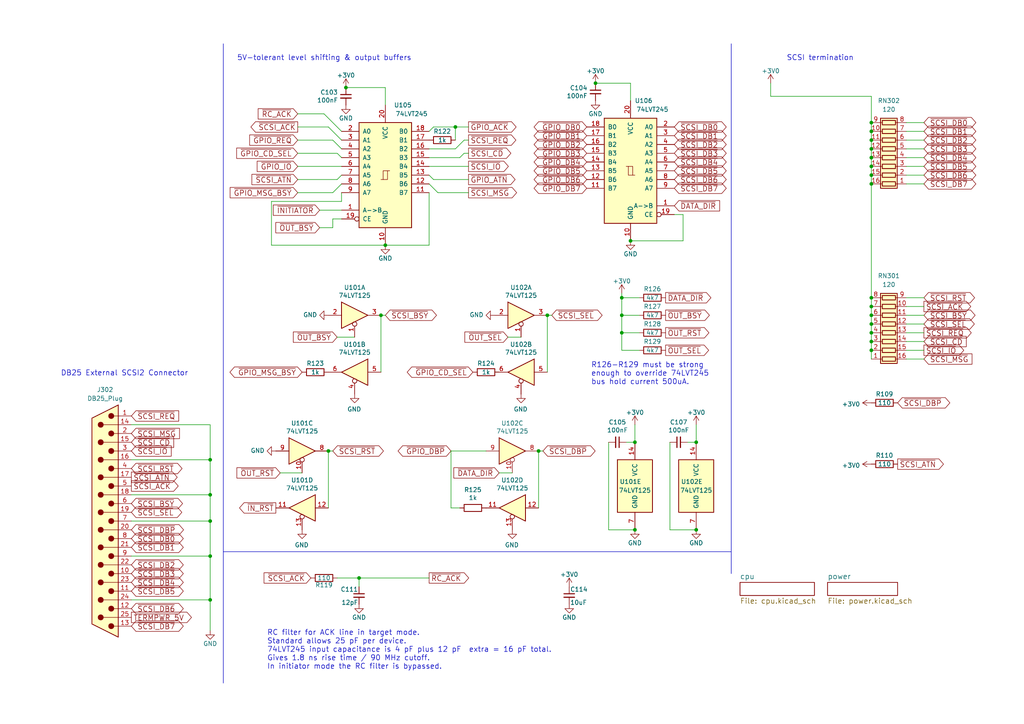
<source format=kicad_sch>
(kicad_sch (version 20230121) (generator eeschema)
  (paper "A4")
  (title_block (title "ZuluSCSI (TM) Pico OSHW") (date "2023-09-19") (rev "2023d") (company "(C) Rabbit Hole Computing ") (comment 1 "ZuluSCSI is a registered trademark of") (comment 2 "Descended from SCSI2SD") (comment 3 "Descended from SCSI2SD, with special thanks to Michael McMaster"))
  (lib_symbols
    (symbol "74xx:74LS245" (pin_names (offset 1.016))
      (property "Reference" "U" (at -7.62 16.51 0))
      (property "Value" "74LS245" (at -7.62 -16.51 0))
      (symbol "74LS245_1_0"
        (pin input line (at -12.7 -10.16 0) (length 5.08) (name "A->B") (number "1"))
        (pin power_in line (at 0 -20.32 90) (length 5.08) (name "GND") (number "10"))
        (pin tri_state line (at 12.7 -5.08 180) (length 5.08) (name "B7") (number "11"))
        (pin tri_state line (at 12.7 -2.54 180) (length 5.08) (name "B6") (number "12"))
        (pin tri_state line (at 12.7 0 180) (length 5.08) (name "B5") (number "13"))
        (pin tri_state line (at 12.7 2.54 180) (length 5.08) (name "B4") (number "14"))
        (pin tri_state line (at 12.7 5.08 180) (length 5.08) (name "B3") (number "15"))
        (pin tri_state line (at 12.7 7.62 180) (length 5.08) (name "B2") (number "16"))
        (pin tri_state line (at 12.7 10.16 180) (length 5.08) (name "B1") (number "17"))
        (pin tri_state line (at 12.7 12.7 180) (length 5.08) (name "B0") (number "18"))
        (pin input inverted (at -12.7 -12.7 0) (length 5.08) (name "CE") (number "19"))
        (pin tri_state line (at -12.7 12.7 0) (length 5.08) (name "A0") (number "2"))
        (pin power_in line (at 0 20.32 270) (length 5.08) (name "VCC") (number "20"))
        (pin tri_state line (at -12.7 10.16 0) (length 5.08) (name "A1") (number "3"))
        (pin tri_state line (at -12.7 7.62 0) (length 5.08) (name "A2") (number "4"))
        (pin tri_state line (at -12.7 5.08 0) (length 5.08) (name "A3") (number "5"))
        (pin tri_state line (at -12.7 2.54 0) (length 5.08) (name "A4") (number "6"))
        (pin tri_state line (at -12.7 0 0) (length 5.08) (name "A5") (number "7"))
        (pin tri_state line (at -12.7 -2.54 0) (length 5.08) (name "A6") (number "8"))
        (pin tri_state line (at -12.7 -5.08 0) (length 5.08) (name "A7") (number "9"))
      )
    )
    (symbol "74xx:74LVC125" (pin_names (offset 1.016))
      (property "Reference" "U" (at 0 1.27 0))
      (property "Value" "74LVC125" (at 0 -1.27 0))
      (symbol "74LVC125_1_0"
        (pin input inverted (at 0 -6.35 90) (length 4.445) (name "~") (number "1"))
        (pin input line (at -7.62 0 0) (length 3.81) (name "~") (number "2"))
        (pin tri_state line (at 7.62 0 180) (length 3.81) (name "~") (number "3"))
      )
      (symbol "74LVC125_2_0"
        (pin input inverted (at 0 -6.35 90) (length 4.445) (name "~") (number "4"))
        (pin input line (at -7.62 0 0) (length 3.81) (name "~") (number "5"))
        (pin tri_state line (at 7.62 0 180) (length 3.81) (name "~") (number "6"))
      )
      (symbol "74LVC125_3_0"
        (pin input inverted (at 0 -6.35 90) (length 4.445) (name "~") (number "10"))
        (pin tri_state line (at 7.62 0 180) (length 3.81) (name "~") (number "8"))
        (pin input line (at -7.62 0 0) (length 3.81) (name "~") (number "9"))
      )
      (symbol "74LVC125_4_0"
        (pin tri_state line (at 7.62 0 180) (length 3.81) (name "~") (number "11"))
        (pin input line (at -7.62 0 0) (length 3.81) (name "~") (number "12"))
        (pin input inverted (at 0 -6.35 90) (length 4.445) (name "~") (number "13"))
      )
      (symbol "74LVC125_5_0"
        (pin power_in line (at 0 12.7 270) (length 5.08) (name "VCC") (number "14"))
        (pin power_in line (at 0 -12.7 90) (length 5.08) (name "GND") (number "7"))
      )
    )
    (symbol "Connector:DB25_Plug" (pin_names (offset 1.016) hide)
      (property "Reference" "J" (at 0 34.29 0))
      (property "Value" "DB25_Plug" (at 0 -34.925 0))
      (symbol "DB25_Plug_1_1"
        (pin passive line (at -7.62 -30.48 0) (length 3.81) (name "1") (number "1"))
        (pin passive line (at -7.62 15.24 0) (length 3.81) (name "10") (number "10"))
        (pin passive line (at -7.62 20.32 0) (length 3.81) (name "11") (number "11"))
        (pin passive line (at -7.62 25.4 0) (length 3.81) (name "12") (number "12"))
        (pin passive line (at -7.62 30.48 0) (length 3.81) (name "13") (number "13"))
        (pin passive line (at -7.62 -27.94 0) (length 3.81) (name "P14") (number "14"))
        (pin passive line (at -7.62 -22.86 0) (length 3.81) (name "P15") (number "15"))
        (pin passive line (at -7.62 -17.78 0) (length 3.81) (name "P16") (number "16"))
        (pin passive line (at -7.62 -12.7 0) (length 3.81) (name "P17") (number "17"))
        (pin passive line (at -7.62 -7.62 0) (length 3.81) (name "P18") (number "18"))
        (pin passive line (at -7.62 -2.54 0) (length 3.81) (name "P19") (number "19"))
        (pin passive line (at -7.62 -25.4 0) (length 3.81) (name "2") (number "2"))
        (pin passive line (at -7.62 2.54 0) (length 3.81) (name "P20") (number "20"))
        (pin passive line (at -7.62 7.62 0) (length 3.81) (name "P21") (number "21"))
        (pin passive line (at -7.62 12.7 0) (length 3.81) (name "P22") (number "22"))
        (pin passive line (at -7.62 17.78 0) (length 3.81) (name "P23") (number "23"))
        (pin passive line (at -7.62 22.86 0) (length 3.81) (name "P24") (number "24"))
        (pin passive line (at -7.62 27.94 0) (length 3.81) (name "P25") (number "25"))
        (pin passive line (at -7.62 -20.32 0) (length 3.81) (name "3") (number "3"))
        (pin passive line (at -7.62 -15.24 0) (length 3.81) (name "4") (number "4"))
        (pin passive line (at -7.62 -10.16 0) (length 3.81) (name "5") (number "5"))
        (pin passive line (at -7.62 -5.08 0) (length 3.81) (name "6") (number "6"))
        (pin passive line (at -7.62 0 0) (length 3.81) (name "7") (number "7"))
        (pin passive line (at -7.62 5.08 0) (length 3.81) (name "8") (number "8"))
        (pin passive line (at -7.62 10.16 0) (length 3.81) (name "9") (number "9"))
      )
    )
    (symbol "Device:R_Pack08" (pin_names (offset 0) hide)
      (property "Reference" "RN" (at -12.7 0 90))
      (property "Value" "R_Pack08" (at 10.16 0 90))
      (symbol "R_Pack08_1_1"
        (pin passive line (at -10.16 -5.08 90) (length 2.54) (name "R1.1") (number "1"))
        (pin passive line (at 5.08 5.08 270) (length 2.54) (name "R7.2") (number "10"))
        (pin passive line (at 2.54 5.08 270) (length 2.54) (name "R6.2") (number "11"))
        (pin passive line (at 0 5.08 270) (length 2.54) (name "R5.2") (number "12"))
        (pin passive line (at -2.54 5.08 270) (length 2.54) (name "R4.2") (number "13"))
        (pin passive line (at -5.08 5.08 270) (length 2.54) (name "R3.2") (number "14"))
        (pin passive line (at -7.62 5.08 270) (length 2.54) (name "R2.2") (number "15"))
        (pin passive line (at -10.16 5.08 270) (length 2.54) (name "R1.2") (number "16"))
        (pin passive line (at -7.62 -5.08 90) (length 2.54) (name "R2.1") (number "2"))
        (pin passive line (at -5.08 -5.08 90) (length 2.54) (name "R3.1") (number "3"))
        (pin passive line (at -2.54 -5.08 90) (length 2.54) (name "R4.1") (number "4"))
        (pin passive line (at 0 -5.08 90) (length 2.54) (name "R5.1") (number "5"))
        (pin passive line (at 2.54 -5.08 90) (length 2.54) (name "R6.1") (number "6"))
        (pin passive line (at 5.08 -5.08 90) (length 2.54) (name "R7.1") (number "7"))
        (pin passive line (at 7.62 -5.08 90) (length 2.54) (name "R8.1") (number "8"))
        (pin passive line (at 7.62 5.08 270) (length 2.54) (name "R8.2") (number "9"))
      )
    )
    (symbol "zuluscsi-rescue:+3V0" (power) (pin_names (offset 0))
      (property "Value" "+3V0" (at 0 3.556 0))
      (symbol "+3V0_1_1"
        (pin power_in line (at 0 0 90) (length 0) hide (name "+3V0") (number "1"))
      )
    )
    (symbol "zuluscsi-rescue:C_Small" (pin_numbers hide) (pin_names (offset 0.254) hide)
      (property "Reference" "C" (at 0.254 1.778 0))
      (property "Value" "C_Small" (at 0.254 -2.032 0))
      (symbol "C_Small_1_1"
        (pin passive line (at 0 2.54 270) (length 2.032) (name "~") (number "1"))
        (pin passive line (at 0 -2.54 90) (length 2.032) (name "~") (number "2"))
      )
    )
    (symbol "zuluscsi-rescue:GND" (power) (pin_names (offset 0))
      (property "Value" "GND" (at 0 -3.81 0))
      (symbol "GND_1_1"
        (pin power_in line (at 0 0 270) (length 0) hide (name "GND") (number "1"))
      )
    )
    (symbol "zuluscsi-rescue:R" (pin_numbers hide) (pin_names (offset 0))
      (property "Reference" "R" (at 2.032 0 90))
      (property "Value" "R" (at 0 0 90))
      (symbol "R_1_1"
        (pin passive line (at 0 3.81 270) (length 1.27) (name "~") (number "1"))
        (pin passive line (at 0 -3.81 90) (length 1.27) (name "~") (number "2"))
      )
    )
  )
  (junction (at 252.73 50.8))
  (junction (at 60.96 161.29))
  (junction (at 252.73 48.26))
  (junction (at 158.75 91.44))
  (junction (at 252.73 38.1))
  (junction (at 252.73 101.6))
  (junction (at 252.73 35.56))
  (junction (at 252.73 99.06))
  (junction (at 60.96 143.51))
  (junction (at 252.73 43.18))
  (junction (at 252.73 40.64))
  (junction (at 172.72 24.13))
  (junction (at 184.15 153.67))
  (junction (at 156.21 130.81))
  (junction (at 252.73 93.98))
  (junction (at 180.34 91.44))
  (junction (at 180.34 96.52))
  (junction (at 60.96 133.35))
  (junction (at 252.73 45.72))
  (junction (at 252.73 96.52))
  (junction (at 201.93 153.67))
  (junction (at 132.08 36.83))
  (junction (at 182.88 69.85))
  (junction (at 184.15 128.27))
  (junction (at 60.96 173.99))
  (junction (at 252.73 86.36))
  (junction (at 201.93 128.27))
  (junction (at 110.49 91.44))
  (junction (at 60.96 151.13))
  (junction (at 252.73 91.44))
  (junction (at 100.33 25.4))
  (junction (at 104.14 167.64))
  (junction (at 111.76 71.12))
  (junction (at 95.25 130.81))
  (junction (at 180.34 86.36))
  (junction (at 252.73 88.9))
  (junction (at 252.73 53.34))
  (wire (pts (xy 262.89 53.34) (xy 267.97 53.34)))
  (wire (pts (xy 110.49 91.44) (xy 110.49 107.95)))
  (wire (pts (xy 201.93 128.27) (xy 199.39 128.27)))
  (wire (pts (xy 194.31 128.27) (xy 194.31 153.67)))
  (wire (pts (xy 134.62 40.64) (xy 132.08 43.18)))
  (wire (pts (xy 252.73 43.18) (xy 252.73 45.72)))
  (wire (pts (xy 252.73 91.44) (xy 252.73 93.98)))
  (wire (pts (xy 262.89 91.44) (xy 267.97 91.44)))
  (wire (pts (xy 124.46 48.26) (xy 135.89 48.26)))
  (wire (pts (xy 252.73 101.6) (xy 252.73 104.14)))
  (wire (pts (xy 223.52 27.94) (xy 252.73 27.94)))
  (wire (pts (xy 60.96 143.51) (xy 60.96 151.13)))
  (wire (pts (xy 252.73 27.94) (xy 252.73 35.56)))
  (wire (pts (xy 252.73 35.56) (xy 252.73 38.1)))
  (wire (pts (xy 38.1 123.19) (xy 60.96 123.19)))
  (wire (pts (xy 78.74 58.42) (xy 78.74 71.12)))
  (wire (pts (xy 86.36 55.88) (xy 96.52 55.88)))
  (wire (pts (xy 60.96 161.29) (xy 60.96 173.99)))
  (wire (pts (xy 92.71 60.96) (xy 99.06 60.96)))
  (wire (pts (xy 262.89 86.36) (xy 267.97 86.36)))
  (wire (pts (xy 252.73 99.06) (xy 252.73 101.6)))
  (wire (pts (xy 132.08 43.18) (xy 124.46 43.18)))
  (wire (pts (xy 176.53 153.67) (xy 184.15 153.67)))
  (wire (pts (xy 60.96 123.19) (xy 60.96 133.35)))
  (wire (pts (xy 60.96 173.99) (xy 60.96 182.88)))
  (wire (pts (xy 252.73 50.8) (xy 252.73 53.34)))
  (wire (pts (xy 252.73 45.72) (xy 252.73 48.26)))
  (wire (pts (xy 262.89 93.98) (xy 267.97 93.98)))
  (wire (pts (xy 223.52 24.13) (xy 223.52 27.94)))
  (wire (pts (xy 38.1 143.51) (xy 60.96 143.51)))
  (wire (pts (xy 182.88 24.13) (xy 182.88 29.21)))
  (wire (pts (xy 262.89 35.56) (xy 267.97 35.56)))
  (wire (pts (xy 104.14 170.18) (xy 104.14 167.64)))
  (wire (pts (xy 180.34 101.6) (xy 180.34 96.52)))
  (wire (pts (xy 252.73 53.34) (xy 252.73 86.36)))
  (wire (pts (xy 99.06 55.88) (xy 99.06 58.42)))
  (wire (pts (xy 262.89 48.26) (xy 267.97 48.26)))
  (wire (pts (xy 262.89 38.1) (xy 267.97 38.1)))
  (wire (pts (xy 97.79 44.45) (xy 99.06 45.72)))
  (wire (pts (xy 95.25 36.83) (xy 99.06 40.64)))
  (wire (pts (xy 252.73 38.1) (xy 252.73 40.64)))
  (wire (pts (xy 198.12 69.85) (xy 182.88 69.85)))
  (wire (pts (xy 262.89 99.06) (xy 267.97 99.06)))
  (wire (pts (xy 262.89 88.9) (xy 267.97 88.9)))
  (wire (pts (xy 262.89 40.64) (xy 267.97 40.64)))
  (wire (pts (xy 252.73 88.9) (xy 252.73 91.44)))
  (wire (pts (xy 132.08 36.83) (xy 125.73 36.83)))
  (wire (pts (xy 99.06 38.1) (xy 93.98 33.02)))
  (wire (pts (xy 95.25 130.81) (xy 95.25 147.32)))
  (wire (pts (xy 144.78 107.95) (xy 143.51 107.95)))
  (wire (pts (xy 198.12 62.23) (xy 198.12 69.85)))
  (polyline (pts (xy 64.77 198.12) (xy 64.77 12.7)))
  (wire (pts (xy 111.76 71.12) (xy 124.46 71.12)))
  (wire (pts (xy 158.75 91.44) (xy 158.75 107.95)))
  (wire (pts (xy 60.96 151.13) (xy 60.96 161.29)))
  (wire (pts (xy 134.62 44.45) (xy 135.89 44.45)))
  (wire (pts (xy 262.89 45.72) (xy 267.97 45.72)))
  (wire (pts (xy 104.14 167.64) (xy 97.79 167.64)))
  (wire (pts (xy 252.73 48.26) (xy 252.73 50.8)))
  (wire (pts (xy 185.42 86.36) (xy 180.34 86.36)))
  (wire (pts (xy 160.02 91.44) (xy 158.75 91.44)))
  (wire (pts (xy 262.89 104.14) (xy 267.97 104.14)))
  (wire (pts (xy 97.79 52.07) (xy 99.06 50.8)))
  (wire (pts (xy 130.81 130.81) (xy 140.97 130.81)))
  (wire (pts (xy 252.73 86.36) (xy 252.73 88.9)))
  (wire (pts (xy 180.34 91.44) (xy 180.34 86.36)))
  (wire (pts (xy 111.76 25.4) (xy 111.76 30.48)))
  (wire (pts (xy 181.61 128.27) (xy 184.15 128.27)))
  (wire (pts (xy 96.52 130.81) (xy 95.25 130.81)))
  (wire (pts (xy 86.36 48.26) (xy 99.06 48.26)))
  (wire (pts (xy 60.96 133.35) (xy 60.96 143.51)))
  (wire (pts (xy 100.33 25.4) (xy 111.76 25.4)))
  (wire (pts (xy 195.58 62.23) (xy 198.12 62.23)))
  (wire (pts (xy 104.14 167.64) (xy 124.46 167.64)))
  (wire (pts (xy 185.42 101.6) (xy 180.34 101.6)))
  (wire (pts (xy 262.89 43.18) (xy 267.97 43.18)))
  (wire (pts (xy 185.42 96.52) (xy 180.34 96.52)))
  (wire (pts (xy 157.48 130.81) (xy 156.21 130.81)))
  (wire (pts (xy 124.46 45.72) (xy 133.35 45.72)))
  (wire (pts (xy 111.76 91.44) (xy 110.49 91.44)))
  (wire (pts (xy 135.89 40.64) (xy 134.62 40.64)))
  (wire (pts (xy 86.36 36.83) (xy 95.25 36.83)))
  (wire (pts (xy 97.79 97.79) (xy 102.87 97.79)))
  (wire (pts (xy 124.46 71.12) (xy 124.46 55.88)))
  (wire (pts (xy 86.36 44.45) (xy 97.79 44.45)))
  (wire (pts (xy 172.72 24.13) (xy 182.88 24.13)))
  (wire (pts (xy 194.31 153.67) (xy 201.93 153.67)))
  (wire (pts (xy 262.89 101.6) (xy 267.97 101.6)))
  (wire (pts (xy 132.08 36.83) (xy 135.89 36.83)))
  (wire (pts (xy 96.52 40.64) (xy 86.36 40.64)))
  (wire (pts (xy 130.81 147.32) (xy 130.81 130.81)))
  (polyline (pts (xy 212.09 12.7) (xy 212.09 166.37)))
  (wire (pts (xy 252.73 40.64) (xy 252.73 43.18)))
  (wire (pts (xy 176.53 128.27) (xy 176.53 153.67)))
  (wire (pts (xy 156.21 130.81) (xy 156.21 147.32)))
  (wire (pts (xy 133.35 45.72) (xy 134.62 44.45)))
  (wire (pts (xy 125.73 52.07) (xy 135.89 52.07)))
  (polyline (pts (xy 64.77 160.02) (xy 212.09 160.02)))
  (wire (pts (xy 184.15 128.27) (xy 184.15 123.19)))
  (wire (pts (xy 96.52 63.5) (xy 99.06 63.5)))
  (wire (pts (xy 38.1 161.29) (xy 60.96 161.29)))
  (wire (pts (xy 127 55.88) (xy 135.89 55.88)))
  (wire (pts (xy 180.34 86.36) (xy 180.34 85.09)))
  (wire (pts (xy 252.73 96.52) (xy 252.73 99.06)))
  (wire (pts (xy 96.52 55.88) (xy 99.06 53.34)))
  (wire (pts (xy 185.42 91.44) (xy 180.34 91.44)))
  (wire (pts (xy 201.93 123.19) (xy 201.93 128.27)))
  (wire (pts (xy 132.08 40.64) (xy 132.08 36.83)))
  (wire (pts (xy 38.1 173.99) (xy 60.96 173.99)))
  (wire (pts (xy 125.73 36.83) (xy 124.46 38.1)))
  (wire (pts (xy 180.34 96.52) (xy 180.34 91.44)))
  (wire (pts (xy 93.98 33.02) (xy 86.36 33.02)))
  (wire (pts (xy 130.81 147.32) (xy 133.35 147.32)))
  (wire (pts (xy 92.71 66.04) (xy 96.52 66.04)))
  (wire (pts (xy 78.74 71.12) (xy 111.76 71.12)))
  (wire (pts (xy 99.06 58.42) (xy 78.74 58.42)))
  (wire (pts (xy 262.89 96.52) (xy 267.97 96.52)))
  (wire (pts (xy 144.78 137.16) (xy 148.59 137.16)))
  (wire (pts (xy 96.52 66.04) (xy 96.52 63.5)))
  (wire (pts (xy 99.06 43.18) (xy 96.52 40.64)))
  (wire (pts (xy 147.32 97.79) (xy 151.13 97.79)))
  (wire (pts (xy 38.1 133.35) (xy 60.96 133.35)))
  (wire (pts (xy 81.28 137.16) (xy 87.63 137.16)))
  (wire (pts (xy 86.36 52.07) (xy 97.79 52.07)))
  (wire (pts (xy 262.89 50.8) (xy 267.97 50.8)))
  (wire (pts (xy 38.1 151.13) (xy 60.96 151.13)))
  (wire (pts (xy 125.73 52.07) (xy 124.46 50.8)))
  (wire (pts (xy 127 55.88) (xy 124.46 53.34)))
  (wire (pts (xy 252.73 93.98) (xy 252.73 96.52)))
  (text "SCSI termination" (at 247.65 17.78 0) (effects (font (size 1.524 1.524)) (justify right bottom)))
  (text "R126-R129 must be strong\nenough to override 74LVT245\nbus hold current 500uA." (at 171.45 111.76 0) (effects (font (size 1.524 1.524)) (justify left bottom)))
  (text "5V-tolerant level shifting & output buffers" (at 119.38 17.78 0) (effects (font (size 1.524 1.524)) (justify right bottom)))
  (text "DB25 External SCSI2 Connector" (at 54.61 109.22 0) (effects (font (size 1.524 1.524)) (justify right bottom)))
  (text "RC filter for ACK line in target mode.\nStandard allows 25 pF per device.\n74LVT245 input capacitance is 4 pF plus 12 pF  extra = 16 pF total.\nGives 1.8 ns rise time / 90 MHz cutoff.\nIn initiator mode the RC filter is bypassed." (at 77.47 194.31 0) (effects (font (size 1.524 1.524)) (justify left bottom)))
  (global_label "~{OUT_BSY}" (shape input) (at 97.79 97.79 180) (effects (font (size 1.524 1.524))) (property "Intersheetrefs" "${INTERSHEET_REFS}" (effects hide)))
  (global_label "~{SCSI_CD}" (shape input) (at 267.97 99.06 0) (effects (font (size 1.524 1.524))) (property "Intersheetrefs" "${INTERSHEET_REFS}" (effects hide)))
  (global_label "~{OUT_SEL}" (shape output) (at 193.04 101.6 0) (effects (font (size 1.524 1.524))) (property "Intersheetrefs" "${INTERSHEET_REFS}" (effects hide)))
  (global_label "TERMPWR_5V" (shape output) (at 38.1 179.07 0) (effects (font (size 1.524 1.524))) (property "Intersheetrefs" "${INTERSHEET_REFS}" (effects hide)))
  (global_label "~{SCSI_DB5}" (shape bidirectional) (at 267.97 48.26 0) (effects (font (size 1.524 1.524))) (property "Intersheetrefs" "${INTERSHEET_REFS}" (effects hide)))
  (global_label "~{SCSI_DB7}" (shape bidirectional) (at 38.1 181.61 0) (effects (font (size 1.524 1.524))) (property "Intersheetrefs" "${INTERSHEET_REFS}" (effects hide)))
  (global_label "~{SCSI_DB1}" (shape bidirectional) (at 195.58 39.37 0) (effects (font (size 1.524 1.524))) (property "Intersheetrefs" "${INTERSHEET_REFS}" (effects hide)))
  (global_label "~{SCSI_RST}" (shape bidirectional) (at 267.97 86.36 0) (effects (font (size 1.524 1.524))) (property "Intersheetrefs" "${INTERSHEET_REFS}" (effects hide)))
  (global_label "~{SCSI_DBP}" (shape bidirectional) (at 260.35 116.84 0) (effects (font (size 1.524 1.524))) (property "Intersheetrefs" "${INTERSHEET_REFS}" (effects hide)))
  (global_label "~{SCSI_IO}" (shape output) (at 135.89 48.26 0) (effects (font (size 1.524 1.524))) (property "Intersheetrefs" "${INTERSHEET_REFS}" (effects hide)))
  (global_label "~{SCSI_CD}" (shape input) (at 38.1 128.27 0) (effects (font (size 1.524 1.524))) (property "Intersheetrefs" "${INTERSHEET_REFS}" (effects hide)))
  (global_label "~{SCSI_ATN}" (shape output) (at 260.35 134.62 0) (effects (font (size 1.524 1.524))) (property "Intersheetrefs" "${INTERSHEET_REFS}" (effects hide)))
  (global_label "~{SCSI_MSG}" (shape input) (at 38.1 125.73 0) (effects (font (size 1.524 1.524))) (property "Intersheetrefs" "${INTERSHEET_REFS}" (effects hide)))
  (global_label "~{GPIO_DB4}" (shape bidirectional) (at 170.18 46.99 180) (effects (font (size 1.524 1.524))) (property "Intersheetrefs" "${INTERSHEET_REFS}" (effects hide)))
  (global_label "~{DATA_DIR}" (shape input) (at 144.78 137.16 180) (effects (font (size 1.524 1.524))) (property "Intersheetrefs" "${INTERSHEET_REFS}" (effects hide)))
  (global_label "~{SCSI_REQ}" (shape output) (at 135.89 40.64 0) (effects (font (size 1.524 1.524))) (property "Intersheetrefs" "${INTERSHEET_REFS}" (effects hide)))
  (global_label "~{DATA_DIR}" (shape output) (at 193.04 86.36 0) (effects (font (size 1.524 1.524))) (property "Intersheetrefs" "${INTERSHEET_REFS}" (effects hide)))
  (global_label "~{GPIO_ACK}" (shape output) (at 135.89 36.83 0) (effects (font (size 1.524 1.524))) (property "Intersheetrefs" "${INTERSHEET_REFS}" (effects hide)))
  (global_label "~{INITIATOR}" (shape input) (at 92.71 60.96 180) (effects (font (size 1.524 1.524))) (property "Intersheetrefs" "${INTERSHEET_REFS}" (effects hide)))
  (global_label "~{SCSI_DB0}" (shape bidirectional) (at 195.58 36.83 0) (effects (font (size 1.524 1.524))) (property "Intersheetrefs" "${INTERSHEET_REFS}" (effects hide)))
  (global_label "~{SCSI_DBP}" (shape bidirectional) (at 157.48 130.81 0) (effects (font (size 1.524 1.524))) (property "Intersheetrefs" "${INTERSHEET_REFS}" (effects hide)))
  (global_label "~{SCSI_DB6}" (shape bidirectional) (at 195.58 52.07 0) (effects (font (size 1.524 1.524))) (property "Intersheetrefs" "${INTERSHEET_REFS}" (effects hide)))
  (global_label "~{OUT_BSY}" (shape output) (at 193.04 91.44 0) (effects (font (size 1.524 1.524))) (property "Intersheetrefs" "${INTERSHEET_REFS}" (effects hide)))
  (global_label "~{OUT_SEL}" (shape input) (at 147.32 97.79 180) (effects (font (size 1.524 1.524))) (property "Intersheetrefs" "${INTERSHEET_REFS}" (effects hide)))
  (global_label "~{SCSI_DB3}" (shape bidirectional) (at 267.97 43.18 0) (effects (font (size 1.524 1.524))) (property "Intersheetrefs" "${INTERSHEET_REFS}" (effects hide)))
  (global_label "~{GPIO_DB7}" (shape bidirectional) (at 170.18 54.61 180) (effects (font (size 1.524 1.524))) (property "Intersheetrefs" "${INTERSHEET_REFS}" (effects hide)))
  (global_label "~{SCSI_DB6}" (shape bidirectional) (at 38.1 176.53 0) (effects (font (size 1.524 1.524))) (property "Intersheetrefs" "${INTERSHEET_REFS}" (effects hide)))
  (global_label "~{SCSI_RST}" (shape bidirectional) (at 96.52 130.81 0) (effects (font (size 1.524 1.524))) (property "Intersheetrefs" "${INTERSHEET_REFS}" (effects hide)))
  (global_label "~{GPIO_IO}" (shape input) (at 86.36 48.26 180) (effects (font (size 1.524 1.524))) (property "Intersheetrefs" "${INTERSHEET_REFS}" (effects hide)))
  (global_label "~{SCSI_BSY}" (shape bidirectional) (at 38.1 146.05 0) (effects (font (size 1.524 1.524))) (property "Intersheetrefs" "${INTERSHEET_REFS}" (effects hide)))
  (global_label "~{GPIO_DB5}" (shape bidirectional) (at 170.18 49.53 180) (effects (font (size 1.524 1.524))) (property "Intersheetrefs" "${INTERSHEET_REFS}" (effects hide)))
  (global_label "~{DATA_DIR}" (shape input) (at 195.58 59.69 0) (effects (font (size 1.524 1.524))) (property "Intersheetrefs" "${INTERSHEET_REFS}" (effects hide)))
  (global_label "~{SCSI_REQ}" (shape input) (at 38.1 120.65 0) (effects (font (size 1.524 1.524))) (property "Intersheetrefs" "${INTERSHEET_REFS}" (effects hide)))
  (global_label "~{SCSI_REQ}" (shape output) (at 267.97 96.52 0) (effects (font (size 1.524 1.524))) (property "Intersheetrefs" "${INTERSHEET_REFS}" (effects hide)))
  (global_label "~{SCSI_DB0}" (shape bidirectional) (at 38.1 156.21 0) (effects (font (size 1.524 1.524))) (property "Intersheetrefs" "${INTERSHEET_REFS}" (effects hide)))
  (global_label "~{SCSI_ATN}" (shape output) (at 38.1 138.43 0) (effects (font (size 1.524 1.524))) (property "Intersheetrefs" "${INTERSHEET_REFS}" (effects hide)))
  (global_label "~{SCSI_ACK}" (shape output) (at 86.36 36.83 180) (effects (font (size 1.524 1.524))) (property "Intersheetrefs" "${INTERSHEET_REFS}" (effects hide)))
  (global_label "~{SCSI_DB2}" (shape bidirectional) (at 38.1 163.83 0) (effects (font (size 1.524 1.524))) (property "Intersheetrefs" "${INTERSHEET_REFS}" (effects hide)))
  (global_label "~{GPIO_DB2}" (shape bidirectional) (at 170.18 41.91 180) (effects (font (size 1.524 1.524))) (property "Intersheetrefs" "${INTERSHEET_REFS}" (effects hide)))
  (global_label "~{SCSI_DB2}" (shape bidirectional) (at 195.58 41.91 0) (effects (font (size 1.524 1.524))) (property "Intersheetrefs" "${INTERSHEET_REFS}" (effects hide)))
  (global_label "~{SCSI_DB5}" (shape bidirectional) (at 195.58 49.53 0) (effects (font (size 1.524 1.524))) (property "Intersheetrefs" "${INTERSHEET_REFS}" (effects hide)))
  (global_label "~{SCSI_DB0}" (shape bidirectional) (at 267.97 35.56 0) (effects (font (size 1.524 1.524))) (property "Intersheetrefs" "${INTERSHEET_REFS}" (effects hide)))
  (global_label "~{RC_ACK}" (shape input) (at 86.36 33.02 180) (effects (font (size 1.524 1.524))) (property "Intersheetrefs" "${INTERSHEET_REFS}" (effects hide)))
  (global_label "~{RC_ACK}" (shape output) (at 124.46 167.64 0) (effects (font (size 1.524 1.524))) (property "Intersheetrefs" "${INTERSHEET_REFS}" (effects hide)))
  (global_label "~{SCSI_CD}" (shape output) (at 135.89 44.45 0) (effects (font (size 1.524 1.524))) (property "Intersheetrefs" "${INTERSHEET_REFS}" (effects hide)))
  (global_label "~{SCSI_BSY}" (shape bidirectional) (at 111.76 91.44 0) (effects (font (size 1.524 1.524))) (property "Intersheetrefs" "${INTERSHEET_REFS}" (effects hide)))
  (global_label "~{SCSI_DB7}" (shape bidirectional) (at 195.58 54.61 0) (effects (font (size 1.524 1.524))) (property "Intersheetrefs" "${INTERSHEET_REFS}" (effects hide)))
  (global_label "~{SCSI_SEL}" (shape bidirectional) (at 38.1 148.59 0) (effects (font (size 1.524 1.524))) (property "Intersheetrefs" "${INTERSHEET_REFS}" (effects hide)))
  (global_label "~{IN_RST}" (shape output) (at 80.01 147.32 180) (effects (font (size 1.524 1.524))) (property "Intersheetrefs" "${INTERSHEET_REFS}" (effects hide)))
  (global_label "~{SCSI_DB4}" (shape bidirectional) (at 38.1 168.91 0) (effects (font (size 1.524 1.524))) (property "Intersheetrefs" "${INTERSHEET_REFS}" (effects hide)))
  (global_label "~{SCSI_DBP}" (shape bidirectional) (at 38.1 153.67 0) (effects (font (size 1.524 1.524))) (property "Intersheetrefs" "${INTERSHEET_REFS}" (effects hide)))
  (global_label "~{GPIO_MSG_BSY}" (shape input) (at 86.36 55.88 180) (effects (font (size 1.524 1.524))) (property "Intersheetrefs" "${INTERSHEET_REFS}" (effects hide)))
  (global_label "~{GPIO_DBP}" (shape bidirectional) (at 130.81 130.81 180) (effects (font (size 1.524 1.524))) (property "Intersheetrefs" "${INTERSHEET_REFS}" (effects hide)))
  (global_label "~{GPIO_DB0}" (shape bidirectional) (at 170.18 36.83 180) (effects (font (size 1.524 1.524))) (property "Intersheetrefs" "${INTERSHEET_REFS}" (effects hide)))
  (global_label "~{GPIO_ATN}" (shape output) (at 135.89 52.07 0) (effects (font (size 1.524 1.524))) (property "Intersheetrefs" "${INTERSHEET_REFS}" (effects hide)))
  (global_label "~{SCSI_ATN}" (shape input) (at 86.36 52.07 180) (effects (font (size 1.524 1.524))) (property "Intersheetrefs" "${INTERSHEET_REFS}" (effects hide)))
  (global_label "~{SCSI_DB1}" (shape bidirectional) (at 38.1 158.75 0) (effects (font (size 1.524 1.524))) (property "Intersheetrefs" "${INTERSHEET_REFS}" (effects hide)))
  (global_label "~{GPIO_MSG_BSY}" (shape bidirectional) (at 87.63 107.95 180) (effects (font (size 1.524 1.524))) (property "Intersheetrefs" "${INTERSHEET_REFS}" (effects hide)))
  (global_label "~{SCSI_ACK}" (shape output) (at 38.1 140.97 0) (effects (font (size 1.524 1.524))) (property "Intersheetrefs" "${INTERSHEET_REFS}" (effects hide)))
  (global_label "~{OUT_BSY}" (shape input) (at 92.71 66.04 180) (effects (font (size 1.524 1.524))) (property "Intersheetrefs" "${INTERSHEET_REFS}" (effects hide)))
  (global_label "~{SCSI_ACK}" (shape output) (at 267.97 88.9 0) (effects (font (size 1.524 1.524))) (property "Intersheetrefs" "${INTERSHEET_REFS}" (effects hide)))
  (global_label "~{GPIO_DB3}" (shape bidirectional) (at 170.18 44.45 180) (effects (font (size 1.524 1.524))) (property "Intersheetrefs" "${INTERSHEET_REFS}" (effects hide)))
  (global_label "~{SCSI_DB7}" (shape bidirectional) (at 267.97 53.34 0) (effects (font (size 1.524 1.524))) (property "Intersheetrefs" "${INTERSHEET_REFS}" (effects hide)))
  (global_label "~{SCSI_DB4}" (shape bidirectional) (at 267.97 45.72 0) (effects (font (size 1.524 1.524))) (property "Intersheetrefs" "${INTERSHEET_REFS}" (effects hide)))
  (global_label "~{SCSI_DB5}" (shape bidirectional) (at 38.1 171.45 0) (effects (font (size 1.524 1.524))) (property "Intersheetrefs" "${INTERSHEET_REFS}" (effects hide)))
  (global_label "~{SCSI_DB4}" (shape bidirectional) (at 195.58 46.99 0) (effects (font (size 1.524 1.524))) (property "Intersheetrefs" "${INTERSHEET_REFS}" (effects hide)))
  (global_label "~{SCSI_MSG}" (shape input) (at 267.97 104.14 0) (effects (font (size 1.524 1.524))) (property "Intersheetrefs" "${INTERSHEET_REFS}" (effects hide)))
  (global_label "~{GPIO_CD_SEL}" (shape bidirectional) (at 137.16 107.95 180) (effects (font (size 1.524 1.524))) (property "Intersheetrefs" "${INTERSHEET_REFS}" (effects hide)))
  (global_label "~{SCSI_DB6}" (shape bidirectional) (at 267.97 50.8 0) (effects (font (size 1.524 1.524))) (property "Intersheetrefs" "${INTERSHEET_REFS}" (effects hide)))
  (global_label "~{SCSI_RST}" (shape bidirectional) (at 38.1 135.89 0) (effects (font (size 1.524 1.524))) (property "Intersheetrefs" "${INTERSHEET_REFS}" (effects hide)))
  (global_label "~{SCSI_DB3}" (shape bidirectional) (at 38.1 166.37 0) (effects (font (size 1.524 1.524))) (property "Intersheetrefs" "${INTERSHEET_REFS}" (effects hide)))
  (global_label "~{GPIO_REQ}" (shape input) (at 86.36 40.64 180) (effects (font (size 1.524 1.524))) (property "Intersheetrefs" "${INTERSHEET_REFS}" (effects hide)))
  (global_label "~{SCSI_DB3}" (shape bidirectional) (at 195.58 44.45 0) (effects (font (size 1.524 1.524))) (property "Intersheetrefs" "${INTERSHEET_REFS}" (effects hide)))
  (global_label "~{OUT_RST}" (shape input) (at 81.28 137.16 180) (effects (font (size 1.524 1.524))) (property "Intersheetrefs" "${INTERSHEET_REFS}" (effects hide)))
  (global_label "~{SCSI_IO}" (shape input) (at 38.1 130.81 0) (effects (font (size 1.524 1.524))) (property "Intersheetrefs" "${INTERSHEET_REFS}" (effects hide)))
  (global_label "~{SCSI_SEL}" (shape bidirectional) (at 267.97 93.98 0) (effects (font (size 1.524 1.524))) (property "Intersheetrefs" "${INTERSHEET_REFS}" (effects hide)))
  (global_label "~{OUT_RST}" (shape output) (at 193.04 96.52 0) (effects (font (size 1.524 1.524))) (property "Intersheetrefs" "${INTERSHEET_REFS}" (effects hide)))
  (global_label "~{SCSI_SEL}" (shape bidirectional) (at 160.02 91.44 0) (effects (font (size 1.524 1.524))) (property "Intersheetrefs" "${INTERSHEET_REFS}" (effects hide)))
  (global_label "~{SCSI_DB2}" (shape bidirectional) (at 267.97 40.64 0) (effects (font (size 1.524 1.524))) (property "Intersheetrefs" "${INTERSHEET_REFS}" (effects hide)))
  (global_label "~{SCSI_BSY}" (shape bidirectional) (at 267.97 91.44 0) (effects (font (size 1.524 1.524))) (property "Intersheetrefs" "${INTERSHEET_REFS}" (effects hide)))
  (global_label "~{SCSI_ACK}" (shape input) (at 90.17 167.64 180) (effects (font (size 1.524 1.524))) (property "Intersheetrefs" "${INTERSHEET_REFS}" (effects hide)))
  (global_label "~{SCSI_IO}" (shape output) (at 267.97 101.6 0) (effects (font (size 1.524 1.524))) (property "Intersheetrefs" "${INTERSHEET_REFS}" (effects hide)))
  (global_label "~{GPIO_CD_SEL}" (shape input) (at 86.36 44.45 180) (effects (font (size 1.524 1.524))) (property "Intersheetrefs" "${INTERSHEET_REFS}" (effects hide)))
  (global_label "~{GPIO_DB6}" (shape bidirectional) (at 170.18 52.07 180) (effects (font (size 1.524 1.524))) (property "Intersheetrefs" "${INTERSHEET_REFS}" (effects hide)))
  (global_label "~{GPIO_DB1}" (shape bidirectional) (at 170.18 39.37 180) (effects (font (size 1.524 1.524))) (property "Intersheetrefs" "${INTERSHEET_REFS}" (effects hide)))
  (global_label "~{SCSI_DB1}" (shape bidirectional) (at 267.97 38.1 0) (effects (font (size 1.524 1.524))) (property "Intersheetrefs" "${INTERSHEET_REFS}" (effects hide)))
  (global_label "~{SCSI_MSG}" (shape output) (at 135.89 55.88 0) (effects (font (size 1.524 1.524))) (property "Intersheetrefs" "${INTERSHEET_REFS}" (effects hide)))
  (symbol (lib_id "zuluscsi-rescue:C_Small") (at 165.1 172.72 0) (unit 1)
    (property "Reference" "C114" (at 165.354 170.942 0) (effects (justify left)))
    (property "Value" "10uF" (at 165.354 174.752 0) (effects (justify left)))
    (property "Footprint" "Capacitor_SMD:C_0805_2012Metric" (effects hide))
    (property "LCSC" "C15850" (effects hide))
    (property "Manufacturer" "Samsung" (effects hide))
    (property "PartNumber" "CL21A106KPFNNNG" (effects hide))
    (property "digikey" "1276-6456-1-ND " (effects hide))
  )
  (symbol (lib_id "zuluscsi-rescue:GND") (at 165.1 175.26 0) (unit 1)
    (property "Reference" "#PWR059" (effects hide))
    (property "Value" "GND" (at 165.1 179.07 0))
  )
  (symbol (lib_id "zuluscsi-rescue:+3V0") (at 165.1 170.18 0) (unit 1)
    (property "Reference" "#PWR07" (effects hide))
    (property "Value" "+3V0" (at 165.1 166.624 0))
  )
  (symbol (lib_id "zuluscsi-rescue:C_Small") (at 172.72 26.67 0) (unit 1)
    (property "Reference" "C104" (at 170.4086 25.5016 0) (effects (justify right)))
    (property "Value" "100nF" (at 170.4086 27.813 0) (effects (justify right)))
    (property "Footprint" "Capacitor_SMD:C_0603_1608Metric" (effects hide))
    (property "LCSC" "C14663" (effects hide))
    (property "Manufacturer" "Samsung" (effects hide))
    (property "PartNumber" "CL10B104KB8NNWC" (effects hide))
    (property "digikey" "1276-1935-1-ND" (effects hide))
  )
  (symbol (lib_id "zuluscsi-rescue:C_Small") (at 179.07 128.27 270) (unit 1)
    (property "Reference" "C105" (at 179.07 122.4534 90))
    (property "Value" "100nF" (at 179.07 124.7648 90))
    (property "Footprint" "Capacitor_SMD:C_0603_1608Metric" (effects hide))
    (property "LCSC" "C14663" (effects hide))
    (property "Manufacturer" "Samsung" (effects hide))
    (property "PartNumber" "CL10B104KB8NNWC" (effects hide))
    (property "digikey" "1276-1935-1-ND" (effects hide))
  )
  (symbol (lib_id "zuluscsi-rescue:R") (at 256.54 116.84 270) (unit 1)
    (property "Reference" "R109" (at 256.54 114.3 90))
    (property "Value" "110" (at 256.54 116.84 90))
    (property "Footprint" "Resistor_SMD:R_0603_1608Metric" (effects hide))
    (property "LCSC" "C22781" (effects hide))
    (property "Manufacturer" "Yageo" (effects hide))
    (property "PartNumber" "RC0603FR-07110RL" (effects hide))
    (property "digikey" "311-110HRTR-ND" (effects hide))
  )
  (symbol (lib_id "zuluscsi-rescue:R") (at 256.54 134.62 270) (unit 1)
    (property "Reference" "R110" (at 256.54 132.08 90))
    (property "Value" "110" (at 256.54 134.62 90))
    (property "Footprint" "Resistor_SMD:R_0603_1608Metric" (effects hide))
    (property "LCSC" "C22781" (effects hide))
    (property "Manufacturer" "Yageo" (effects hide))
    (property "PartNumber" "RC0603FR-07110RL" (effects hide))
    (property "digikey" "311-110HRTR-ND" (effects hide))
  )
  (symbol (lib_id "zuluscsi-rescue:C_Small") (at 196.85 128.27 90) (unit 1)
    (property "Reference" "C107" (at 196.85 122.4534 90))
    (property "Value" "100nF" (at 196.85 124.7648 90))
    (property "Footprint" "Capacitor_SMD:C_0603_1608Metric" (effects hide))
    (property "LCSC" "C14663" (effects hide))
    (property "Manufacturer" "Samsung" (effects hide))
    (property "PartNumber" "CL10B104KB8NNWC" (effects hide))
    (property "digikey" "1276-1935-1-ND" (effects hide))
  )
  (symbol (lib_id "zuluscsi-rescue:C_Small") (at 100.33 27.94 0) (unit 1)
    (property "Reference" "C103" (at 98.0186 26.7716 0) (effects (justify right)))
    (property "Value" "100nF" (at 98.0186 29.083 0) (effects (justify right)))
    (property "Footprint" "Capacitor_SMD:C_0603_1608Metric" (effects hide))
    (property "LCSC" "C14663" (effects hide))
    (property "Manufacturer" "Samsung" (effects hide))
    (property "PartNumber" "CL10B104KB8NNWC" (effects hide))
    (property "digikey" "1276-1935-1-ND" (effects hide))
  )
  (symbol (lib_id "zuluscsi-rescue:GND") (at 60.96 182.88 0) (unit 1)
    (property "Reference" "#PWR058" (effects hide))
    (property "Value" "GND" (at 60.96 186.69 0))
  )
  (symbol (lib_id "zuluscsi-rescue:R") (at 93.98 167.64 90) (mirror x) (unit 1)
    (property "Reference" "R119" (at 93.98 169.672 90))
    (property "Value" "110" (at 93.98 167.64 90))
    (property "Footprint" "Resistor_SMD:R_0603_1608Metric" (effects hide))
    (property "LCSC" "C22781" (effects hide))
    (property "Manufacturer" "Yageo" (effects hide))
    (property "PartNumber" "RC0603FR-07110RL" (effects hide))
    (property "digikey" "311-110HRTR-ND" (effects hide))
  )
  (symbol (lib_id "zuluscsi-rescue:C_Small") (at 104.14 172.72 0) (mirror y) (unit 1)
    (property "Reference" "C111" (at 103.886 170.942 0) (effects (justify left)))
    (property "Value" "12pF" (at 103.886 174.752 0) (effects (justify left)))
    (property "Footprint" "Capacitor_SMD:C_0603_1608Metric" (effects hide))
    (property "LCSC" "C38523" (effects hide))
    (property "Manufacturer" "KEMET" (effects hide))
    (property "PartNumber" "C0603C120J5GAC7867" (effects hide))
    (property "digikey" "399-C0603C120J5GAC7867TR-ND" (effects hide))
  )
  (symbol (lib_id "zuluscsi-rescue:GND") (at 104.14 175.26 0) (mirror y) (unit 1)
    (property "Reference" "#PWR060" (effects hide))
    (property "Value" "GND" (at 104.14 179.07 0))
  )
  (symbol (lib_id "74xx:74LS245") (at 182.88 49.53 0) (mirror y) (unit 1)
    (property "Reference" "U106" (at 186.69 29.21 0))
    (property "Value" "74LVT245" (at 189.23 31.75 0))
    (property "Footprint" "ZuluSCSI:SSOP_TSSOP-20_5.3x7.2mm_P0.65mm" (effects hide))
    (property "Datasheet" "http://www.ti.com/lit/gpn/sn74LS245" (effects hide))
    (property "LCSC" "C7057" (effects hide))
    (property "Manufacturer" "Diodes Inc" (effects hide))
    (property "PartNumber" "74LVT245BBT20-13" (effects hide))
    (property "digikey" "74LVT245BBT20-13DICT-ND" (effects hide))
    (property "JLCPCBCORRECT" "0;0;-90" (effects hide))
  )
  (symbol (lib_id "74xx:74LVC125") (at 102.87 91.44 0) (unit 1)
    (property "Reference" "U101" (at 102.87 83.3882 0))
    (property "Value" "74LVT125" (at 102.87 85.6996 0))
    (property "Footprint" "ZuluSCSI:SSOP_TSSOP-14_4.4x5mm_Pitch0.65mm_PCBWay-MaskClearance0.22mm" (effects hide))
    (property "Datasheet" "http://www.ti.com/lit/gpn/sn74LVC125" (effects hide))
    (property "LCSC" "C7042" (effects hide))
    (property "Manufacturer" "Onsemi" (effects hide))
    (property "PartNumber" "74LVTH125MTC" (effects hide))
    (property "digikey" "74LVTH125MTC-ND" (effects hide))
    (property "JLCPCBCORRECT" "0;0;-90" (effects hide))
  )
  (symbol (lib_id "74xx:74LVC125") (at 102.87 107.95 0) (mirror y) (unit 2)
    (property "Reference" "U101" (at 102.87 99.8982 0))
    (property "Value" "74LVT125" (at 102.87 102.2096 0))
    (property "Footprint" "ZuluSCSI:SSOP_TSSOP-14_4.4x5mm_Pitch0.65mm_PCBWay-MaskClearance0.22mm" (effects hide))
    (property "Datasheet" "http://www.ti.com/lit/gpn/sn74LVC125" (effects hide))
    (property "LCSC" "C7042" (effects hide))
    (property "Manufacturer" "Onsemi" (effects hide))
    (property "PartNumber" "74LVTH125MTC" (effects hide))
    (property "digikey" "74LVTH125MTC-ND" (effects hide))
    (property "JLCPCBCORRECT" "0;0;-90" (effects hide))
  )
  (symbol (lib_id "zuluscsi-rescue:GND") (at 102.87 114.3 0) (mirror y) (unit 1)
    (property "Reference" "#PWR0110" (effects hide))
    (property "Value" "GND" (at 102.743 118.6942 0))
  )
  (symbol (lib_id "zuluscsi-rescue:GND") (at 95.25 91.44 270) (mirror x) (unit 1)
    (property "Reference" "#PWR0101" (effects hide))
    (property "Value" "GND" (at 91.9988 91.313 90) (effects (justify right)))
  )
  (symbol (lib_id "zuluscsi-rescue:+3V0") (at 252.73 116.84 90) (mirror x) (unit 1)
    (property "Reference" "#PWR0132" (effects hide))
    (property "Value" "+3V0" (at 249.4788 117.221 90) (effects (justify left)))
  )
  (symbol (lib_id "74xx:74LVC125") (at 87.63 130.81 0) (unit 3)
    (property "Reference" "U101" (at 87.63 122.7582 0))
    (property "Value" "74LVT125" (at 87.63 125.0696 0))
    (property "Footprint" "ZuluSCSI:SSOP_TSSOP-14_4.4x5mm_Pitch0.65mm_PCBWay-MaskClearance0.22mm" (effects hide))
    (property "Datasheet" "http://www.ti.com/lit/gpn/sn74LVC125" (effects hide))
    (property "LCSC" "C7042" (effects hide))
    (property "Manufacturer" "Onsemi" (effects hide))
    (property "PartNumber" "74LVTH125MTC" (effects hide))
    (property "digikey" "74LVTH125MTC-ND" (effects hide))
    (property "JLCPCBCORRECT" "0;0;-90" (effects hide))
  )
  (symbol (lib_id "74xx:74LVC125") (at 87.63 147.32 0) (mirror y) (unit 4)
    (property "Reference" "U101" (at 87.63 139.2682 0))
    (property "Value" "74LVT125" (at 87.63 141.5796 0))
    (property "Footprint" "ZuluSCSI:SSOP_TSSOP-14_4.4x5mm_Pitch0.65mm_PCBWay-MaskClearance0.22mm" (effects hide))
    (property "Datasheet" "http://www.ti.com/lit/gpn/sn74LVC125" (effects hide))
    (property "LCSC" "C7042" (effects hide))
    (property "Manufacturer" "Onsemi" (effects hide))
    (property "PartNumber" "74LVTH125MTC" (effects hide))
    (property "digikey" "74LVTH125MTC-ND" (effects hide))
    (property "JLCPCBCORRECT" "0;0;-90" (effects hide))
  )
  (symbol (lib_id "zuluscsi-rescue:GND") (at 87.63 153.67 0) (mirror y) (unit 1)
    (property "Reference" "#PWR0111" (effects hide))
    (property "Value" "GND" (at 87.503 158.0642 0))
  )
  (symbol (lib_id "zuluscsi-rescue:GND") (at 80.01 130.81 270) (mirror x) (unit 1)
    (property "Reference" "#PWR0104" (effects hide))
    (property "Value" "GND" (at 76.7588 130.683 90) (effects (justify right)))
  )
  (symbol (lib_id "74xx:74LS245") (at 111.76 50.8 0) (unit 1)
    (property "Reference" "U105" (at 116.84 30.48 0))
    (property "Value" "74LVT245" (at 119.38 33.02 0))
    (property "Footprint" "ZuluSCSI:SSOP_TSSOP-20_5.3x7.2mm_P0.65mm" (effects hide))
    (property "Datasheet" "http://www.ti.com/lit/gpn/sn74LS245" (effects hide))
    (property "LCSC" "C7057" (effects hide))
    (property "Manufacturer" "Diodes Inc" (effects hide))
    (property "PartNumber" "74LVT245BBT20-13" (effects hide))
    (property "digikey" "74LVT245BBT20-13DICT-ND" (effects hide))
    (property "JLCPCBCORRECT" "0;0;-90" (effects hide))
  )
  (symbol (lib_id "zuluscsi-rescue:+3V0") (at 252.73 134.62 90) (mirror x) (unit 1)
    (property "Reference" "#PWR0133" (effects hide))
    (property "Value" "+3V0" (at 249.4788 135.001 90) (effects (justify left)))
  )
  (symbol (lib_id "74xx:74LVC125") (at 151.13 91.44 0) (unit 1)
    (property "Reference" "U102" (at 151.13 83.3882 0))
    (property "Value" "74LVT125" (at 151.13 85.6996 0))
    (property "Footprint" "ZuluSCSI:SSOP_TSSOP-14_4.4x5mm_Pitch0.65mm_PCBWay-MaskClearance0.22mm" (effects hide))
    (property "Datasheet" "http://www.ti.com/lit/gpn/sn74LVC125" (effects hide))
    (property "LCSC" "C7042" (effects hide))
    (property "Manufacturer" "Onsemi" (effects hide))
    (property "PartNumber" "74LVTH125MTC" (effects hide))
    (property "digikey" "74LVTH125MTC-ND" (effects hide))
    (property "JLCPCBCORRECT" "0;0;-90" (effects hide))
  )
  (symbol (lib_id "74xx:74LVC125") (at 151.13 107.95 0) (mirror y) (unit 2)
    (property "Reference" "U102" (at 151.13 99.8982 0))
    (property "Value" "74LVT125" (at 151.13 102.2096 0))
    (property "Footprint" "ZuluSCSI:SSOP_TSSOP-14_4.4x5mm_Pitch0.65mm_PCBWay-MaskClearance0.22mm" (effects hide))
    (property "Datasheet" "http://www.ti.com/lit/gpn/sn74LVC125" (effects hide))
    (property "LCSC" "C7042" (effects hide))
    (property "Manufacturer" "Onsemi" (effects hide))
    (property "PartNumber" "74LVTH125MTC" (effects hide))
    (property "digikey" "74LVTH125MTC-ND" (effects hide))
    (property "JLCPCBCORRECT" "0;0;-90" (effects hide))
  )
  (symbol (lib_id "zuluscsi-rescue:GND") (at 151.13 114.3 0) (mirror y) (unit 1)
    (property "Reference" "#PWR0122" (effects hide))
    (property "Value" "GND" (at 151.003 118.6942 0))
  )
  (symbol (lib_id "zuluscsi-rescue:GND") (at 143.51 91.44 270) (mirror x) (unit 1)
    (property "Reference" "#PWR0121" (effects hide))
    (property "Value" "GND" (at 140.2588 91.313 90) (effects (justify right)))
  )
  (symbol (lib_id "74xx:74LVC125") (at 148.59 130.81 0) (unit 3)
    (property "Reference" "U102" (at 148.59 122.7582 0))
    (property "Value" "74LVT125" (at 148.59 125.0696 0))
    (property "Footprint" "ZuluSCSI:SSOP_TSSOP-14_4.4x5mm_Pitch0.65mm_PCBWay-MaskClearance0.22mm" (effects hide))
    (property "Datasheet" "http://www.ti.com/lit/gpn/sn74LVC125" (effects hide))
    (property "LCSC" "C7042" (effects hide))
    (property "Manufacturer" "Onsemi" (effects hide))
    (property "PartNumber" "74LVTH125MTC" (effects hide))
    (property "digikey" "74LVTH125MTC-ND" (effects hide))
    (property "JLCPCBCORRECT" "0;0;-90" (effects hide))
  )
  (symbol (lib_id "74xx:74LVC125") (at 148.59 147.32 0) (mirror y) (unit 4)
    (property "Reference" "U102" (at 148.59 139.2682 0))
    (property "Value" "74LVT125" (at 148.59 141.5796 0))
    (property "Footprint" "ZuluSCSI:SSOP_TSSOP-14_4.4x5mm_Pitch0.65mm_PCBWay-MaskClearance0.22mm" (effects hide))
    (property "Datasheet" "http://www.ti.com/lit/gpn/sn74LVC125" (effects hide))
    (property "LCSC" "C7042" (effects hide))
    (property "Manufacturer" "Onsemi" (effects hide))
    (property "PartNumber" "74LVTH125MTC" (effects hide))
    (property "digikey" "74LVTH125MTC-ND" (effects hide))
    (property "JLCPCBCORRECT" "0;0;-90" (effects hide))
  )
  (symbol (lib_id "zuluscsi-rescue:GND") (at 148.59 153.67 0) (mirror y) (unit 1)
    (property "Reference" "#PWR0123" (effects hide))
    (property "Value" "GND" (at 148.463 158.0642 0))
  )
  (symbol (lib_id "zuluscsi-rescue:+3V0") (at 223.52 24.13 0) (unit 1)
    (property "Reference" "#PWR0128" (effects hide))
    (property "Value" "+3V0" (at 223.52 20.574 0))
  )
  (symbol (lib_id "zuluscsi-rescue:R") (at 140.97 107.95 90) (mirror x) (unit 1)
    (property "Reference" "R124" (at 140.97 105.41 90))
    (property "Value" "1k" (at 140.97 107.95 90))
    (property "Footprint" "Resistor_SMD:R_0603_1608Metric" (effects hide))
    (property "LCSC" "C21190" (effects hide))
    (property "Manufacturer" "Yageo" (effects hide))
    (property "PartNumber" "RC0603JR-071KL" (effects hide))
    (property "digikey" "311-1.0KGRCT-ND" (effects hide))
  )
  (symbol (lib_id "zuluscsi-rescue:R") (at 137.16 147.32 270) (mirror x) (unit 1)
    (property "Reference" "R125" (at 137.16 142.0622 90))
    (property "Value" "1k" (at 137.16 144.3736 90))
    (property "Footprint" "Resistor_SMD:R_0603_1608Metric" (effects hide))
    (property "LCSC" "C21190" (effects hide))
    (property "Manufacturer" "Yageo" (effects hide))
    (property "PartNumber" "RC0603JR-071KL" (effects hide))
    (property "digikey" "311-1.0KGRCT-ND" (effects hide))
  )
  (symbol (lib_id "zuluscsi-rescue:R") (at 91.44 107.95 90) (mirror x) (unit 1)
    (property "Reference" "R123" (at 91.44 105.41 90))
    (property "Value" "1k" (at 91.44 107.95 90))
    (property "Footprint" "Resistor_SMD:R_0603_1608Metric" (effects hide))
    (property "LCSC" "C21190" (effects hide))
    (property "Manufacturer" "Yageo" (effects hide))
    (property "PartNumber" "RC0603JR-071KL" (effects hide))
    (property "digikey" "311-1.0KGRCT-ND" (effects hide))
  )
  (symbol (lib_id "zuluscsi-rescue:GND") (at 182.88 69.85 0) (unit 1)
    (property "Reference" "#PWR0127" (effects hide))
    (property "Value" "GND" (at 182.88 73.66 0))
  )
  (symbol (lib_id "zuluscsi-rescue:GND") (at 111.76 71.12 0) (unit 1)
    (property "Reference" "#PWR0115" (effects hide))
    (property "Value" "GND" (at 111.76 74.93 0))
  )
  (symbol (lib_id "zuluscsi-rescue:+3V0") (at 100.33 25.4 0) (unit 1)
    (property "Reference" "#PWR0108" (effects hide))
    (property "Value" "+3V0" (at 100.33 21.844 0))
  )
  (symbol (lib_id "zuluscsi-rescue:GND") (at 100.33 30.48 0) (unit 1)
    (property "Reference" "#PWR0109" (effects hide))
    (property "Value" "GND" (at 100.33 34.29 0))
  )
  (symbol (lib_id "zuluscsi-rescue:+3V0") (at 172.72 24.13 0) (unit 1)
    (property "Reference" "#PWR0124" (effects hide))
    (property "Value" "+3V0" (at 172.72 20.574 0))
  )
  (symbol (lib_id "zuluscsi-rescue:GND") (at 172.72 29.21 0) (unit 1)
    (property "Reference" "#PWR0125" (effects hide))
    (property "Value" "GND" (at 172.72 33.02 0))
  )
  (symbol (lib_id "zuluscsi-rescue:R") (at 189.23 86.36 90) (mirror x) (unit 1)
    (property "Reference" "R126" (at 189.23 83.82 90))
    (property "Value" "4k7" (at 189.23 86.36 90))
    (property "Footprint" "Resistor_SMD:R_0603_1608Metric" (effects hide))
    (property "LCSC" "C23162" (effects hide))
    (property "Manufacturer" "Yageo" (effects hide))
    (property "PartNumber" "RC0603JR-074K7L" (effects hide))
    (property "digikey" "311-100KHRTR-ND" (effects hide))
  )
  (symbol (lib_id "zuluscsi-rescue:+3V0") (at 180.34 85.09 0) (unit 1)
    (property "Reference" "#PWR0126" (effects hide))
    (property "Value" "+3V0" (at 180.34 81.534 0))
  )
  (symbol (lib_id "zuluscsi-rescue:R") (at 189.23 91.44 90) (mirror x) (unit 1)
    (property "Reference" "R127" (at 189.23 88.9 90))
    (property "Value" "4k7" (at 189.23 91.44 90))
    (property "Footprint" "Resistor_SMD:R_0603_1608Metric" (effects hide))
    (property "LCSC" "C23162" (effects hide))
    (property "Manufacturer" "Yageo" (effects hide))
    (property "PartNumber" "RC0603JR-074K7L" (effects hide))
    (property "digikey" "311-100KHRTR-ND" (effects hide))
  )
  (symbol (lib_id "zuluscsi-rescue:R") (at 189.23 96.52 90) (mirror x) (unit 1)
    (property "Reference" "R128" (at 189.23 93.98 90))
    (property "Value" "4k7" (at 189.23 96.52 90))
    (property "Footprint" "Resistor_SMD:R_0603_1608Metric" (effects hide))
    (property "LCSC" "C23162" (effects hide))
    (property "Manufacturer" "Yageo" (effects hide))
    (property "PartNumber" "RC0603JR-074K7L" (effects hide))
    (property "digikey" "311-100KHRTR-ND" (effects hide))
  )
  (symbol (lib_id "zuluscsi-rescue:R") (at 189.23 101.6 90) (mirror x) (unit 1)
    (property "Reference" "R129" (at 189.23 99.06 90))
    (property "Value" "4k7" (at 189.23 101.6 90))
    (property "Footprint" "Resistor_SMD:R_0603_1608Metric" (effects hide))
    (property "LCSC" "C23162" (effects hide))
    (property "Manufacturer" "Yageo" (effects hide))
    (property "PartNumber" "RC0603JR-074K7L" (effects hide))
    (property "digikey" "311-100KHRTR-ND" (effects hide))
  )
  (symbol (lib_id "zuluscsi-rescue:R") (at 128.27 40.64 90) (mirror x) (unit 1)
    (property "Reference" "R122" (at 128.27 38.1 90))
    (property "Value" "1k" (at 128.27 40.64 90))
    (property "Footprint" "Resistor_SMD:R_0603_1608Metric" (effects hide))
    (property "LCSC" "C21190" (effects hide))
    (property "Manufacturer" "Yageo" (effects hide))
    (property "PartNumber" "RC0603JR-071KL" (effects hide))
    (property "digikey" "311-1.0KGRCT-ND" (effects hide))
  )
  (symbol (lib_id "74xx:74LVC125") (at 184.15 140.97 0) (unit 5)
    (property "Reference" "U101" (at 182.88 139.7 0))
    (property "Value" "74LVT125" (at 184.15 142.24 0))
    (property "Footprint" "ZuluSCSI:SSOP_TSSOP-14_4.4x5mm_Pitch0.65mm_PCBWay-MaskClearance0.22mm" (effects hide))
    (property "Datasheet" "http://www.ti.com/lit/gpn/sn74LVC125" (effects hide))
    (property "LCSC" "C7042" (effects hide))
    (property "Manufacturer" "Onsemi" (effects hide))
    (property "PartNumber" "74LVTH125MTC" (effects hide))
    (property "digikey" "74LVTH125MTC-ND" (effects hide))
    (property "JLCPCBCORRECT" "0;0;-90" (effects hide))
  )
  (symbol (lib_id "74xx:74LVC125") (at 201.93 140.97 0) (unit 5)
    (property "Reference" "U102" (at 200.66 139.7 0))
    (property "Value" "74LVT125" (at 201.93 142.24 0))
    (property "Footprint" "ZuluSCSI:SSOP_TSSOP-14_4.4x5mm_Pitch0.65mm_PCBWay-MaskClearance0.22mm" (effects hide))
    (property "Datasheet" "http://www.ti.com/lit/gpn/sn74LVC125" (effects hide))
    (property "LCSC" "C7042" (effects hide))
    (property "Manufacturer" "Onsemi" (effects hide))
    (property "PartNumber" "74LVTH125MTC" (effects hide))
    (property "digikey" "74LVTH125MTC-ND" (effects hide))
    (property "JLCPCBCORRECT" "0;0;-90" (effects hide))
  )
  (symbol (lib_id "zuluscsi-rescue:+3V0") (at 184.15 123.19 0) (unit 1)
    (property "Reference" "#PWR0136" (effects hide))
    (property "Value" "+3V0" (at 184.15 119.634 0))
  )
  (symbol (lib_id "zuluscsi-rescue:GND") (at 184.15 153.67 0) (unit 1)
    (property "Reference" "#PWR0138" (effects hide))
    (property "Value" "GND" (at 184.15 157.48 0))
  )
  (symbol (lib_id "zuluscsi-rescue:+3V0") (at 201.93 123.19 0) (unit 1)
    (property "Reference" "#PWR0139" (effects hide))
    (property "Value" "+3V0" (at 201.93 119.634 0))
  )
  (symbol (lib_id "zuluscsi-rescue:GND") (at 201.93 153.67 0) (unit 1)
    (property "Reference" "#PWR0140" (effects hide))
    (property "Value" "GND" (at 201.93 157.48 0))
  )
  (symbol (lib_id "Device:R_Pack08") (at 257.81 93.98 270) (mirror x) (unit 1)
    (property "Reference" "RN301" (at 257.81 80.01 90))
    (property "Value" "120" (at 257.81 82.55 90))
    (property "Footprint" "Resistor_SMD:R_Array_Convex_8x0602" (effects hide))
    (property "LCSC" "C1731305" (effects hide))
    (property "PartNumber" "EXB-2HV121JV" (effects hide))
    (property "Manufacturer" "Panasonic" (effects hide))
    (property "digikey" "Y1121CT-ND" (effects hide))
  )
  (symbol (lib_id "Device:R_Pack08") (at 257.81 43.18 90) (unit 1)
    (property "Reference" "RN302" (at 257.81 29.21 90))
    (property "Value" "120" (at 257.81 31.75 90))
    (property "Footprint" "Resistor_SMD:R_Array_Convex_8x0602" (effects hide))
    (property "LCSC" "C1731305" (effects hide))
    (property "PartNumber" "EXB-2HV121JV" (effects hide))
    (property "Manufacturer" "Panasonic" (effects hide))
    (property "digikey" "Y1121CT-ND" (effects hide))
  )
  (symbol (lib_id "Connector:DB25_Plug") (at 30.48 151.13 180) (unit 1)
    (property "Reference" "J302" (at 30.48 113.03 0))
    (property "Value" "DB25_Plug" (at 30.48 115.57 0))
    (property "Footprint" "ZuluSCSI:DSUB-25_Male_Vertical_Small Courtyard" (effects hide))
    (property "Datasheet" " ~" (effects hide))
    (property "PartNumber" "D25P24B4PA00LF" (effects hide))
    (property "LCSC" "D25P24B4PA00LF" (effects hide))
    (property "Manufacturer" "Amphenol ICC (FCI)" (effects hide))
    (property "digikey" "609-5556-ND" (effects hide))
  )
  (sheet (at 240.03 168.91) (size 20.32 3.81)
    (property "Sheetname" "power" (at 240.03 168.0714 0) (effects (font (size 1.524 1.524)) (justify left bottom)))
    (property "Sheetfile" "power.kicad_sch" (at 240.03 173.4062 0) (effects (font (size 1.524 1.524)) (justify left top)))
  )
  (sheet (at 214.63 168.91) (size 21.59 3.81)
    (property "Sheetname" "cpu" (at 214.63 168.0714 0) (effects (font (size 1.524 1.524)) (justify left bottom)))
    (property "Sheetfile" "cpu.kicad_sch" (at 214.63 173.4062 0) (effects (font (size 1.524 1.524)) (justify left top)))
  )
)
</source>
